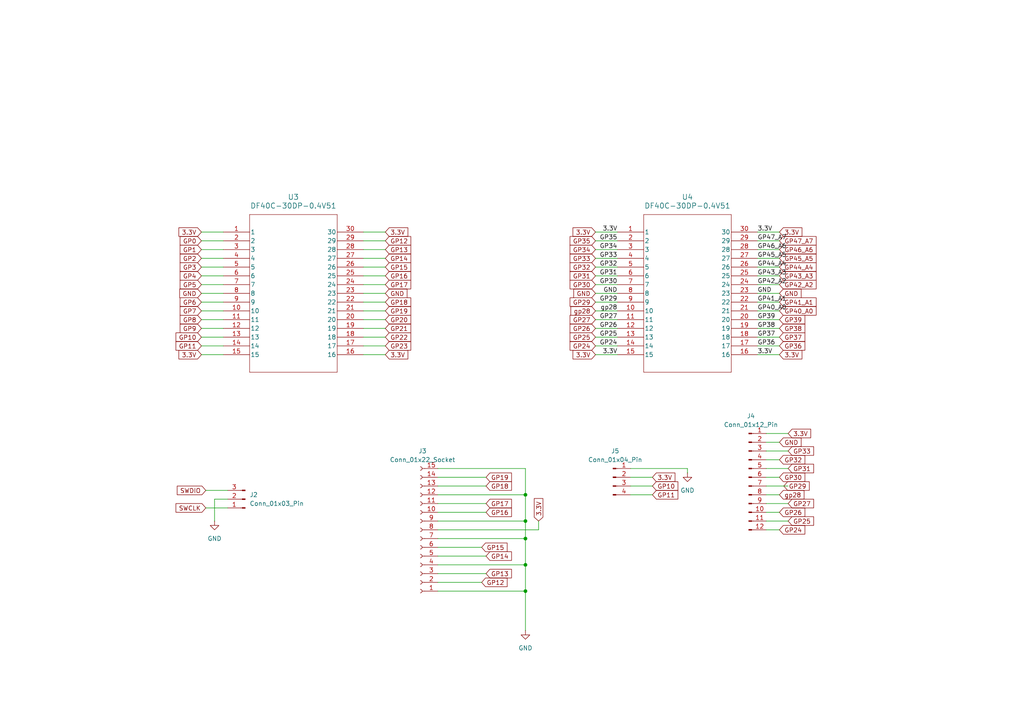
<source format=kicad_sch>
(kicad_sch (version 20231120) (generator "eeschema") (generator_version "8.0")
  (paper "A4")
  (lib_symbols
    (symbol "CONN_HIROSE:DF40C-30DP-0.4V51" (pin_names (offset 0.254))
      (property "Reference" "U" (at 20.32 10.16 0))
      (property "Value" "DF40C-30DP-0.4V51" (at 20.32 7.62 0))
      (symbol "DF40C-30DP-0.4V51_0_1"
        (polyline (pts (xy 7.62 -40.64) (xy 33.02 -40.64)) (stroke (width 0.127)))
        (polyline (pts (xy 7.62 5.08) (xy 7.62 -40.64)) (stroke (width 0.127)))
        (polyline (pts (xy 33.02 -40.64) (xy 33.02 5.08)) (stroke (width 0.127)))
        (polyline (pts (xy 33.02 5.08) (xy 7.62 5.08)) (stroke (width 0.127)))
        (pin unspecified line (at 0 0 0) (length 7.62) (name "1") (number "1"))
        (pin unspecified line (at 0 -22.86 0) (length 7.62) (name "10") (number "10"))
        (pin unspecified line (at 0 -25.4 0) (length 7.62) (name "11") (number "11"))
        (pin unspecified line (at 0 -27.94 0) (length 7.62) (name "12") (number "12"))
        (pin unspecified line (at 0 -30.48 0) (length 7.62) (name "13") (number "13"))
        (pin unspecified line (at 0 -33.02 0) (length 7.62) (name "14") (number "14"))
        (pin unspecified line (at 0 -35.56 0) (length 7.62) (name "15") (number "15"))
        (pin unspecified line (at 40.64 -35.56 180) (length 7.62) (name "16") (number "16"))
        (pin unspecified line (at 40.64 -33.02 180) (length 7.62) (name "17") (number "17"))
        (pin unspecified line (at 40.64 -30.48 180) (length 7.62) (name "18") (number "18"))
        (pin unspecified line (at 40.64 -27.94 180) (length 7.62) (name "19") (number "19"))
        (pin unspecified line (at 0 -2.54 0) (length 7.62) (name "2") (number "2"))
        (pin unspecified line (at 40.64 -25.4 180) (length 7.62) (name "20") (number "20"))
        (pin unspecified line (at 40.64 -22.86 180) (length 7.62) (name "21") (number "21"))
        (pin unspecified line (at 40.64 -20.32 180) (length 7.62) (name "22") (number "22"))
        (pin unspecified line (at 40.64 -17.78 180) (length 7.62) (name "23") (number "23"))
        (pin unspecified line (at 40.64 -15.24 180) (length 7.62) (name "24") (number "24"))
        (pin unspecified line (at 40.64 -12.7 180) (length 7.62) (name "25") (number "25"))
        (pin unspecified line (at 40.64 -10.16 180) (length 7.62) (name "26") (number "26"))
        (pin unspecified line (at 40.64 -7.62 180) (length 7.62) (name "27") (number "27"))
        (pin unspecified line (at 40.64 -5.08 180) (length 7.62) (name "28") (number "28"))
        (pin unspecified line (at 40.64 -2.54 180) (length 7.62) (name "29") (number "29"))
        (pin unspecified line (at 0 -5.08 0) (length 7.62) (name "3") (number "3"))
        (pin unspecified line (at 40.64 0 180) (length 7.62) (name "30") (number "30"))
        (pin unspecified line (at 0 -7.62 0) (length 7.62) (name "4") (number "4"))
        (pin unspecified line (at 0 -10.16 0) (length 7.62) (name "5") (number "5"))
        (pin unspecified line (at 0 -12.7 0) (length 7.62) (name "6") (number "6"))
        (pin unspecified line (at 0 -15.24 0) (length 7.62) (name "7") (number "7"))
        (pin unspecified line (at 0 -17.78 0) (length 7.62) (name "8") (number "8"))
        (pin unspecified line (at 0 -20.32 0) (length 7.62) (name "9") (number "9"))
      )
    )
    (symbol "Connector:Conn_01x03_Pin" (pin_names (offset 1.016) hide)
      (property "Reference" "J" (at 0 5.08 0))
      (property "Value" "Conn_01x03_Pin" (at 0 -5.08 0))
      (symbol "Conn_01x03_Pin_1_1"
        (polyline (pts (xy 1.27 -2.54) (xy 0.8636 -2.54)) (stroke (width 0.1524)))
        (polyline (pts (xy 1.27 0) (xy 0.8636 0)) (stroke (width 0.1524)))
        (polyline (pts (xy 1.27 2.54) (xy 0.8636 2.54)) (stroke (width 0.1524)))
        (rectangle (start 0.8636 -2.413) (end 0 -2.667) (stroke (width 0.1524)) (fill (type outline)))
        (rectangle (start 0.8636 0.127) (end 0 -0.127) (stroke (width 0.1524)) (fill (type outline)))
        (rectangle (start 0.8636 2.667) (end 0 2.413) (stroke (width 0.1524)) (fill (type outline)))
        (pin passive line (at 5.08 2.54 180) (length 3.81) (name "Pin_1") (number "1"))
        (pin passive line (at 5.08 0 180) (length 3.81) (name "Pin_2") (number "2"))
        (pin passive line (at 5.08 -2.54 180) (length 3.81) (name "Pin_3") (number "3"))
      )
    )
    (symbol "Connector:Conn_01x04_Pin" (pin_names (offset 1.016) hide)
      (property "Reference" "J" (at 0 5.08 0))
      (property "Value" "Conn_01x04_Pin" (at 0 -7.62 0))
      (symbol "Conn_01x04_Pin_1_1"
        (polyline (pts (xy 1.27 -5.08) (xy 0.8636 -5.08)) (stroke (width 0.1524)))
        (polyline (pts (xy 1.27 -2.54) (xy 0.8636 -2.54)) (stroke (width 0.1524)))
        (polyline (pts (xy 1.27 0) (xy 0.8636 0)) (stroke (width 0.1524)))
        (polyline (pts (xy 1.27 2.54) (xy 0.8636 2.54)) (stroke (width 0.1524)))
        (rectangle (start 0.8636 -4.953) (end 0 -5.207) (stroke (width 0.1524)) (fill (type outline)))
        (rectangle (start 0.8636 -2.413) (end 0 -2.667) (stroke (width 0.1524)) (fill (type outline)))
        (rectangle (start 0.8636 0.127) (end 0 -0.127) (stroke (width 0.1524)) (fill (type outline)))
        (rectangle (start 0.8636 2.667) (end 0 2.413) (stroke (width 0.1524)) (fill (type outline)))
        (pin passive line (at 5.08 2.54 180) (length 3.81) (name "Pin_1") (number "1"))
        (pin passive line (at 5.08 0 180) (length 3.81) (name "Pin_2") (number "2"))
        (pin passive line (at 5.08 -2.54 180) (length 3.81) (name "Pin_3") (number "3"))
        (pin passive line (at 5.08 -5.08 180) (length 3.81) (name "Pin_4") (number "4"))
      )
    )
    (symbol "Connector:Conn_01x12_Pin" (pin_names (offset 1.016) hide)
      (property "Reference" "J" (at 0 15.24 0))
      (property "Value" "Conn_01x12_Pin" (at 0 -17.78 0))
      (symbol "Conn_01x12_Pin_1_1"
        (polyline (pts (xy 1.27 -15.24) (xy 0.8636 -15.24)) (stroke (width 0.1524)))
        (polyline (pts (xy 1.27 -12.7) (xy 0.8636 -12.7)) (stroke (width 0.1524)))
        (polyline (pts (xy 1.27 -10.16) (xy 0.8636 -10.16)) (stroke (width 0.1524)))
        (polyline (pts (xy 1.27 -7.62) (xy 0.8636 -7.62)) (stroke (width 0.1524)))
        (polyline (pts (xy 1.27 -5.08) (xy 0.8636 -5.08)) (stroke (width 0.1524)))
        (polyline (pts (xy 1.27 -2.54) (xy 0.8636 -2.54)) (stroke (width 0.1524)))
        (polyline (pts (xy 1.27 0) (xy 0.8636 0)) (stroke (width 0.1524)))
        (polyline (pts (xy 1.27 2.54) (xy 0.8636 2.54)) (stroke (width 0.1524)))
        (polyline (pts (xy 1.27 5.08) (xy 0.8636 5.08)) (stroke (width 0.1524)))
        (polyline (pts (xy 1.27 7.62) (xy 0.8636 7.62)) (stroke (width 0.1524)))
        (polyline (pts (xy 1.27 10.16) (xy 0.8636 10.16)) (stroke (width 0.1524)))
        (polyline (pts (xy 1.27 12.7) (xy 0.8636 12.7)) (stroke (width 0.1524)))
        (rectangle (start 0.8636 -15.113) (end 0 -15.367) (stroke (width 0.1524)) (fill (type outline)))
        (rectangle (start 0.8636 -12.573) (end 0 -12.827) (stroke (width 0.1524)) (fill (type outline)))
        (rectangle (start 0.8636 -10.033) (end 0 -10.287) (stroke (width 0.1524)) (fill (type outline)))
        (rectangle (start 0.8636 -7.493) (end 0 -7.747) (stroke (width 0.1524)) (fill (type outline)))
        (rectangle (start 0.8636 -4.953) (end 0 -5.207) (stroke (width 0.1524)) (fill (type outline)))
        (rectangle (start 0.8636 -2.413) (end 0 -2.667) (stroke (width 0.1524)) (fill (type outline)))
        (rectangle (start 0.8636 0.127) (end 0 -0.127) (stroke (width 0.1524)) (fill (type outline)))
        (rectangle (start 0.8636 2.667) (end 0 2.413) (stroke (width 0.1524)) (fill (type outline)))
        (rectangle (start 0.8636 5.207) (end 0 4.953) (stroke (width 0.1524)) (fill (type outline)))
        (rectangle (start 0.8636 7.747) (end 0 7.493) (stroke (width 0.1524)) (fill (type outline)))
        (rectangle (start 0.8636 10.287) (end 0 10.033) (stroke (width 0.1524)) (fill (type outline)))
        (rectangle (start 0.8636 12.827) (end 0 12.573) (stroke (width 0.1524)) (fill (type outline)))
        (pin passive line (at 5.08 12.7 180) (length 3.81) (name "Pin_1") (number "1"))
        (pin passive line (at 5.08 -10.16 180) (length 3.81) (name "Pin_10") (number "10"))
        (pin passive line (at 5.08 -12.7 180) (length 3.81) (name "Pin_11") (number "11"))
        (pin passive line (at 5.08 -15.24 180) (length 3.81) (name "Pin_12") (number "12"))
        (pin passive line (at 5.08 10.16 180) (length 3.81) (name "Pin_2") (number "2"))
        (pin passive line (at 5.08 7.62 180) (length 3.81) (name "Pin_3") (number "3"))
        (pin passive line (at 5.08 5.08 180) (length 3.81) (name "Pin_4") (number "4"))
        (pin passive line (at 5.08 2.54 180) (length 3.81) (name "Pin_5") (number "5"))
        (pin passive line (at 5.08 0 180) (length 3.81) (name "Pin_6") (number "6"))
        (pin passive line (at 5.08 -2.54 180) (length 3.81) (name "Pin_7") (number "7"))
        (pin passive line (at 5.08 -5.08 180) (length 3.81) (name "Pin_8") (number "8"))
        (pin passive line (at 5.08 -7.62 180) (length 3.81) (name "Pin_9") (number "9"))
      )
    )
    (symbol "Connector:Conn_01x15_Socket" (pin_names (offset 1.016) hide)
      (property "Reference" "J" (at 0 20.32 0))
      (property "Value" "Conn_01x15_Socket" (at 0 -20.32 0))
      (symbol "Conn_01x15_Socket_1_1"
        (arc (start 0 -17.272) (mid -0.5058 -17.78) (end 0 -18.288) (stroke (width 0.1524)))
        (arc (start 0 -14.732) (mid -0.5058 -15.24) (end 0 -15.748) (stroke (width 0.1524)))
        (arc (start 0 -12.192) (mid -0.5058 -12.7) (end 0 -13.208) (stroke (width 0.1524)))
        (arc (start 0 -9.652) (mid -0.5058 -10.16) (end 0 -10.668) (stroke (width 0.1524)))
        (arc (start 0 -7.112) (mid -0.5058 -7.62) (end 0 -8.128) (stroke (width 0.1524)))
        (arc (start 0 -4.572) (mid -0.5058 -5.08) (end 0 -5.588) (stroke (width 0.1524)))
        (arc (start 0 -2.032) (mid -0.5058 -2.54) (end 0 -3.048) (stroke (width 0.1524)))
        (polyline (pts (xy -1.27 -17.78) (xy -0.508 -17.78)) (stroke (width 0.1524)))
        (polyline (pts (xy -1.27 -15.24) (xy -0.508 -15.24)) (stroke (width 0.1524)))
        (polyline (pts (xy -1.27 -12.7) (xy -0.508 -12.7)) (stroke (width 0.1524)))
        (polyline (pts (xy -1.27 -10.16) (xy -0.508 -10.16)) (stroke (width 0.1524)))
        (polyline (pts (xy -1.27 -7.62) (xy -0.508 -7.62)) (stroke (width 0.1524)))
        (polyline (pts (xy -1.27 -5.08) (xy -0.508 -5.08)) (stroke (width 0.1524)))
        (polyline (pts (xy -1.27 -2.54) (xy -0.508 -2.54)) (stroke (width 0.1524)))
        (polyline (pts (xy -1.27 0) (xy -0.508 0)) (stroke (width 0.1524)))
        (polyline (pts (xy -1.27 2.54) (xy -0.508 2.54)) (stroke (width 0.1524)))
        (polyline (pts (xy -1.27 5.08) (xy -0.508 5.08)) (stroke (width 0.1524)))
        (polyline (pts (xy -1.27 7.62) (xy -0.508 7.62)) (stroke (width 0.1524)))
        (polyline (pts (xy -1.27 10.16) (xy -0.508 10.16)) (stroke (width 0.1524)))
        (polyline (pts (xy -1.27 12.7) (xy -0.508 12.7)) (stroke (width 0.1524)))
        (polyline (pts (xy -1.27 15.24) (xy -0.508 15.24)) (stroke (width 0.1524)))
        (polyline (pts (xy -1.27 17.78) (xy -0.508 17.78)) (stroke (width 0.1524)))
        (arc (start 0 0.508) (mid -0.5058 0) (end 0 -0.508) (stroke (width 0.1524)))
        (arc (start 0 3.048) (mid -0.5058 2.54) (end 0 2.032) (stroke (width 0.1524)))
        (arc (start 0 5.588) (mid -0.5058 5.08) (end 0 4.572) (stroke (width 0.1524)))
        (arc (start 0 8.128) (mid -0.5058 7.62) (end 0 7.112) (stroke (width 0.1524)))
        (arc (start 0 10.668) (mid -0.5058 10.16) (end 0 9.652) (stroke (width 0.1524)))
        (arc (start 0 13.208) (mid -0.5058 12.7) (end 0 12.192) (stroke (width 0.1524)))
        (arc (start 0 15.748) (mid -0.5058 15.24) (end 0 14.732) (stroke (width 0.1524)))
        (arc (start 0 18.288) (mid -0.5058 17.78) (end 0 17.272) (stroke (width 0.1524)))
        (pin passive line (at -5.08 17.78 0) (length 3.81) (name "Pin_1") (number "1"))
        (pin passive line (at -5.08 -5.08 0) (length 3.81) (name "Pin_10") (number "10"))
        (pin passive line (at -5.08 -7.62 0) (length 3.81) (name "Pin_11") (number "11"))
        (pin passive line (at -5.08 -10.16 0) (length 3.81) (name "Pin_12") (number "12"))
        (pin passive line (at -5.08 -12.7 0) (length 3.81) (name "Pin_13") (number "13"))
        (pin passive line (at -5.08 -15.24 0) (length 3.81) (name "Pin_14") (number "14"))
        (pin passive line (at -5.08 -17.78 0) (length 3.81) (name "Pin_15") (number "15"))
        (pin passive line (at -5.08 15.24 0) (length 3.81) (name "Pin_2") (number "2"))
        (pin passive line (at -5.08 12.7 0) (length 3.81) (name "Pin_3") (number "3"))
        (pin passive line (at -5.08 10.16 0) (length 3.81) (name "Pin_4") (number "4"))
        (pin passive line (at -5.08 7.62 0) (length 3.81) (name "Pin_5") (number "5"))
        (pin passive line (at -5.08 5.08 0) (length 3.81) (name "Pin_6") (number "6"))
        (pin passive line (at -5.08 2.54 0) (length 3.81) (name "Pin_7") (number "7"))
        (pin passive line (at -5.08 0 0) (length 3.81) (name "Pin_8") (number "8"))
        (pin passive line (at -5.08 -2.54 0) (length 3.81) (name "Pin_9") (number "9"))
      )
    )
    (symbol "power:GND" (power) (pin_numbers hide) (pin_names (offset 0) hide)
      (property "Value" "GND" (at 0 -3.81 0))
      (symbol "GND_0_1"
        (polyline (pts (xy 0 0) (xy 0 -1.27) (xy 1.27 -1.27) (xy 0 -2.54) (xy -1.27 -1.27) (xy 0 -1.27)))
      )
      (symbol "GND_1_1"
        (pin power_in line (at 0 0 270) (length 0) (name "~") (number "1"))
      )
    )
  )
  (junction (at 152.4 151.13))
  (junction (at 152.4 143.51))
  (junction (at 152.4 171.45))
  (junction (at 152.4 163.83))
  (junction (at 152.4 156.21))
  (wire (pts (xy 172.72 74.93) (xy 179.07 74.93)))
  (wire (pts (xy 58.42 67.31) (xy 64.77 67.31)))
  (wire (pts (xy 156.21 151.13) (xy 156.21 153.67)))
  (wire (pts (xy 105.41 97.79) (xy 111.76 97.79)))
  (wire (pts (xy 152.4 163.83) (xy 152.4 171.45)))
  (wire (pts (xy 219.71 80.01) (xy 226.06 80.01)))
  (wire (pts (xy 127 135.89) (xy 152.4 135.89)))
  (wire (pts (xy 105.41 87.63) (xy 111.76 87.63)))
  (wire (pts (xy 172.72 82.55) (xy 179.07 82.55)))
  (wire (pts (xy 139.7 158.75) (xy 127 158.75)))
  (wire (pts (xy 222.25 128.27) (xy 226.06 128.27)))
  (wire (pts (xy 105.41 72.39) (xy 111.76 72.39)))
  (wire (pts (xy 105.41 67.31) (xy 111.76 67.31)))
  (wire (pts (xy 58.42 102.87) (xy 64.77 102.87)))
  (wire (pts (xy 58.42 97.79) (xy 64.77 97.79)))
  (wire (pts (xy 127 163.83) (xy 152.4 163.83)))
  (wire (pts (xy 182.88 135.89) (xy 199.39 135.89)))
  (wire (pts (xy 127 143.51) (xy 152.4 143.51)))
  (wire (pts (xy 172.72 97.79) (xy 179.07 97.79)))
  (wire (pts (xy 222.25 143.51) (xy 226.06 143.51)))
  (wire (pts (xy 58.42 87.63) (xy 64.77 87.63)))
  (wire (pts (xy 182.88 140.97) (xy 189.23 140.97)))
  (wire (pts (xy 58.42 90.17) (xy 64.77 90.17)))
  (wire (pts (xy 127 146.05) (xy 140.97 146.05)))
  (wire (pts (xy 172.72 90.17) (xy 179.07 90.17)))
  (wire (pts (xy 127 151.13) (xy 152.4 151.13)))
  (wire (pts (xy 199.39 135.89) (xy 199.39 137.16)))
  (wire (pts (xy 127 138.43) (xy 140.97 138.43)))
  (wire (pts (xy 152.4 156.21) (xy 152.4 163.83)))
  (wire (pts (xy 127 148.59) (xy 140.97 148.59)))
  (wire (pts (xy 62.23 144.78) (xy 66.04 144.78)))
  (wire (pts (xy 105.41 80.01) (xy 111.76 80.01)))
  (wire (pts (xy 172.72 77.47) (xy 179.07 77.47)))
  (wire (pts (xy 58.42 85.09) (xy 64.77 85.09)))
  (wire (pts (xy 105.41 74.93) (xy 111.76 74.93)))
  (wire (pts (xy 140.97 166.37) (xy 127 166.37)))
  (wire (pts (xy 127 153.67) (xy 156.21 153.67)))
  (wire (pts (xy 172.72 72.39) (xy 179.07 72.39)))
  (wire (pts (xy 172.72 69.85) (xy 179.07 69.85)))
  (wire (pts (xy 105.41 69.85) (xy 111.76 69.85)))
  (wire (pts (xy 172.72 95.25) (xy 179.07 95.25)))
  (wire (pts (xy 58.42 82.55) (xy 64.77 82.55)))
  (wire (pts (xy 219.71 95.25) (xy 226.06 95.25)))
  (wire (pts (xy 219.71 100.33) (xy 226.06 100.33)))
  (wire (pts (xy 105.41 90.17) (xy 111.76 90.17)))
  (wire (pts (xy 172.72 80.01) (xy 179.07 80.01)))
  (wire (pts (xy 105.41 95.25) (xy 111.76 95.25)))
  (wire (pts (xy 105.41 82.55) (xy 111.76 82.55)))
  (wire (pts (xy 222.25 153.67) (xy 226.06 153.67)))
  (wire (pts (xy 222.25 130.81) (xy 228.6 130.81)))
  (wire (pts (xy 172.72 102.87) (xy 179.07 102.87)))
  (wire (pts (xy 222.25 133.35) (xy 226.06 133.35)))
  (wire (pts (xy 222.25 138.43) (xy 226.06 138.43)))
  (wire (pts (xy 127 140.97) (xy 140.97 140.97)))
  (wire (pts (xy 58.42 77.47) (xy 64.77 77.47)))
  (wire (pts (xy 172.72 100.33) (xy 179.07 100.33)))
  (wire (pts (xy 219.71 102.87) (xy 226.06 102.87)))
  (wire (pts (xy 152.4 135.89) (xy 152.4 143.51)))
  (wire (pts (xy 172.72 67.31) (xy 179.07 67.31)))
  (wire (pts (xy 219.71 92.71) (xy 226.06 92.71)))
  (wire (pts (xy 58.42 74.93) (xy 64.77 74.93)))
  (wire (pts (xy 105.41 85.09) (xy 111.76 85.09)))
  (wire (pts (xy 219.71 77.47) (xy 226.06 77.47)))
  (wire (pts (xy 140.97 161.29) (xy 127 161.29)))
  (wire (pts (xy 105.41 102.87) (xy 111.76 102.87)))
  (wire (pts (xy 58.42 95.25) (xy 64.77 95.25)))
  (wire (pts (xy 219.71 97.79) (xy 226.06 97.79)))
  (wire (pts (xy 219.71 67.31) (xy 226.06 67.31)))
  (wire (pts (xy 105.41 92.71) (xy 111.76 92.71)))
  (wire (pts (xy 222.25 135.89) (xy 228.6 135.89)))
  (wire (pts (xy 219.71 82.55) (xy 226.06 82.55)))
  (wire (pts (xy 219.71 90.17) (xy 226.06 90.17)))
  (wire (pts (xy 58.42 100.33) (xy 64.77 100.33)))
  (wire (pts (xy 172.72 92.71) (xy 179.07 92.71)))
  (wire (pts (xy 59.69 147.32) (xy 66.04 147.32)))
  (wire (pts (xy 127 171.45) (xy 152.4 171.45)))
  (wire (pts (xy 127 156.21) (xy 152.4 156.21)))
  (wire (pts (xy 105.41 77.47) (xy 111.76 77.47)))
  (wire (pts (xy 139.7 168.91) (xy 127 168.91)))
  (wire (pts (xy 58.42 80.01) (xy 64.77 80.01)))
  (wire (pts (xy 182.88 143.51) (xy 189.23 143.51)))
  (wire (pts (xy 219.71 72.39) (xy 226.06 72.39)))
  (wire (pts (xy 59.69 142.24) (xy 66.04 142.24)))
  (wire (pts (xy 152.4 151.13) (xy 152.4 156.21)))
  (wire (pts (xy 222.25 125.73) (xy 228.6 125.73)))
  (wire (pts (xy 58.42 72.39) (xy 64.77 72.39)))
  (wire (pts (xy 222.25 140.97) (xy 228.6 140.97)))
  (wire (pts (xy 219.71 87.63) (xy 226.06 87.63)))
  (wire (pts (xy 219.71 74.93) (xy 226.06 74.93)))
  (wire (pts (xy 152.4 171.45) (xy 152.4 182.88)))
  (wire (pts (xy 222.25 151.13) (xy 228.6 151.13)))
  (wire (pts (xy 172.72 87.63) (xy 179.07 87.63)))
  (wire (pts (xy 58.42 92.71) (xy 64.77 92.71)))
  (wire (pts (xy 58.42 69.85) (xy 64.77 69.85)))
  (wire (pts (xy 152.4 143.51) (xy 152.4 151.13)))
  (wire (pts (xy 62.23 151.13) (xy 62.23 144.78)))
  (wire (pts (xy 182.88 138.43) (xy 189.23 138.43)))
  (wire (pts (xy 219.71 69.85) (xy 226.06 69.85)))
  (wire (pts (xy 219.71 85.09) (xy 226.06 85.09)))
  (wire (pts (xy 172.72 85.09) (xy 179.07 85.09)))
  (wire (pts (xy 105.41 100.33) (xy 111.76 100.33)))
  (wire (pts (xy 222.25 148.59) (xy 226.06 148.59)))
  (wire (pts (xy 222.25 146.05) (xy 228.6 146.05)))
  (label "GP38" (at 219.71 95.25 0))
  (label "3.3V" (at 179.07 102.87 180))
  (label "GP25" (at 179.07 97.79 180))
  (label "GP33" (at 179.07 74.93 180))
  (label "GP36" (at 219.71 100.33 0))
  (label "3.3V" (at 219.71 102.87 0))
  (label "GP39" (at 219.71 92.71 0))
  (label "GP29" (at 179.07 87.63 180))
  (label "GP31" (at 179.07 80.01 180))
  (label "3.3V" (at 219.71 67.31 0))
  (label "GP27" (at 179.07 92.71 180))
  (label "GP41_A1" (at 219.71 87.63 0))
  (label "GP45_A5" (at 219.71 74.93 0))
  (label "3.3V" (at 179.07 67.31 180))
  (label "GP35" (at 179.07 69.85 180))
  (label "GP37" (at 219.71 97.79 0))
  (label "GP46_A6" (at 219.71 72.39 0))
  (label "GP34" (at 179.07 72.39 180))
  (label "GP40_A0" (at 219.71 90.17 0))
  (label "GP32" (at 179.07 77.47 180))
  (label "GP24" (at 179.07 100.33 180))
  (label "GP44_A4" (at 219.71 77.47 0))
  (label "gp28" (at 179.07 90.17 180))
  (label "GP43_A3" (at 219.71 80.01 0))
  (label "GND" (at 179.07 85.09 180))
  (label "GND" (at 219.71 85.09 0))
  (label "GP30" (at 179.07 82.55 180))
  (label "GP26" (at 179.07 95.25 180))
  (label "GP42_A2" (at 219.71 82.55 0))
  (label "GP47_A7" (at 219.71 69.85 0))
  (global_label "GP1" (shape input) (at 58.42 72.39 180) (property "Intersheetrefs" "${INTERSHEET_REFS}" (effects (hide yes))))
  (global_label "SWDIO" (shape input) (at 59.69 142.24 180) (property "Intersheetrefs" "${INTERSHEET_REFS}" (effects (hide yes))))
  (global_label "GP31" (shape input) (at 228.6 135.89 0) (property "Intersheetrefs" "${INTERSHEET_REFS}" (effects (hide yes))))
  (global_label "gp28" (shape input) (at 226.06 143.51 0) (property "Intersheetrefs" "${INTERSHEET_REFS}" (effects (hide yes))))
  (global_label "GP24" (shape input) (at 226.06 153.67 0) (property "Intersheetrefs" "${INTERSHEET_REFS}" (effects (hide yes))))
  (global_label "GP27" (shape input) (at 228.6 146.05 0) (property "Intersheetrefs" "${INTERSHEET_REFS}" (effects (hide yes))))
  (global_label "GP2" (shape input) (at 58.42 74.93 180) (property "Intersheetrefs" "${INTERSHEET_REFS}" (effects (hide yes))))
  (global_label "GP44_A4" (shape input) (at 226.06 77.47 0) (property "Intersheetrefs" "${INTERSHEET_REFS}" (effects (hide yes))))
  (global_label "GP9" (shape input) (at 58.42 95.25 180) (property "Intersheetrefs" "${INTERSHEET_REFS}" (effects (hide yes))))
  (global_label "3.3V" (shape input) (at 58.42 67.31 180) (property "Intersheetrefs" "${INTERSHEET_REFS}" (effects (hide yes))))
  (global_label "GP14" (shape input) (at 111.76 74.93 0) (property "Intersheetrefs" "${INTERSHEET_REFS}" (effects (hide yes))))
  (global_label "GP6" (shape input) (at 58.42 87.63 180) (property "Intersheetrefs" "${INTERSHEET_REFS}" (effects (hide yes))))
  (global_label "GP13" (shape input) (at 140.97 166.37 0) (property "Intersheetrefs" "${INTERSHEET_REFS}" (effects (hide yes))))
  (global_label "3.3V" (shape input) (at 172.72 102.87 180) (property "Intersheetrefs" "${INTERSHEET_REFS}" (effects (hide yes))))
  (global_label "GP19" (shape input) (at 140.97 138.43 0) (property "Intersheetrefs" "${INTERSHEET_REFS}" (effects (hide yes))))
  (global_label "GP42_A2" (shape input) (at 226.06 82.55 0) (property "Intersheetrefs" "${INTERSHEET_REFS}" (effects (hide yes))))
  (global_label "3.3V" (shape input) (at 189.23 138.43 0) (property "Intersheetrefs" "${INTERSHEET_REFS}" (effects (hide yes))))
  (global_label "SWCLK" (shape input) (at 59.69 147.32 180) (property "Intersheetrefs" "${INTERSHEET_REFS}" (effects (hide yes))))
  (global_label "3.3V" (shape input) (at 111.76 102.87 0) (property "Intersheetrefs" "${INTERSHEET_REFS}" (effects (hide yes))))
  (global_label "GND" (shape input) (at 226.06 85.09 0) (property "Intersheetrefs" "${INTERSHEET_REFS}" (effects (hide yes))))
  (global_label "GP36" (shape input) (at 226.06 100.33 0) (property "Intersheetrefs" "${INTERSHEET_REFS}" (effects (hide yes))))
  (global_label "GP21" (shape input) (at 111.76 95.25 0) (property "Intersheetrefs" "${INTERSHEET_REFS}" (effects (hide yes))))
  (global_label "3.3V" (shape input) (at 226.06 67.31 0) (property "Intersheetrefs" "${INTERSHEET_REFS}" (effects (hide yes))))
  (global_label "3.3V" (shape input) (at 228.6 125.73 0) (property "Intersheetrefs" "${INTERSHEET_REFS}" (effects (hide yes))))
  (global_label "GND" (shape input) (at 58.42 85.09 180) (property "Intersheetrefs" "${INTERSHEET_REFS}" (effects (hide yes))))
  (global_label "GP39" (shape input) (at 226.06 92.71 0) (property "Intersheetrefs" "${INTERSHEET_REFS}" (effects (hide yes))))
  (global_label "GP22" (shape input) (at 111.76 97.79 0) (property "Intersheetrefs" "${INTERSHEET_REFS}" (effects (hide yes))))
  (global_label "GP46_A6" (shape input) (at 226.06 72.39 0) (property "Intersheetrefs" "${INTERSHEET_REFS}" (effects (hide yes))))
  (global_label "GP8" (shape input) (at 58.42 92.71 180) (property "Intersheetrefs" "${INTERSHEET_REFS}" (effects (hide yes))))
  (global_label "GP4" (shape input) (at 58.42 80.01 180) (property "Intersheetrefs" "${INTERSHEET_REFS}" (effects (hide yes))))
  (global_label "GP32" (shape input) (at 172.72 77.47 180) (property "Intersheetrefs" "${INTERSHEET_REFS}" (effects (hide yes))))
  (global_label "3.3V" (shape input) (at 172.72 67.31 180) (property "Intersheetrefs" "${INTERSHEET_REFS}" (effects (hide yes))))
  (global_label "GP47_A7" (shape input) (at 226.06 69.85 0) (property "Intersheetrefs" "${INTERSHEET_REFS}" (effects (hide yes))))
  (global_label "GP10" (shape input) (at 189.23 140.97 0) (property "Intersheetrefs" "${INTERSHEET_REFS}" (effects (hide yes))))
  (global_label "GP20" (shape input) (at 111.76 92.71 0) (property "Intersheetrefs" "${INTERSHEET_REFS}" (effects (hide yes))))
  (global_label "GP27" (shape input) (at 172.72 92.71 180) (property "Intersheetrefs" "${INTERSHEET_REFS}" (effects (hide yes))))
  (global_label "GP0" (shape input) (at 58.42 69.85 180) (property "Intersheetrefs" "${INTERSHEET_REFS}" (effects (hide yes))))
  (global_label "GP30" (shape input) (at 172.72 82.55 180) (property "Intersheetrefs" "${INTERSHEET_REFS}" (effects (hide yes))))
  (global_label "GP25" (shape input) (at 172.72 97.79 180) (property "Intersheetrefs" "${INTERSHEET_REFS}" (effects (hide yes))))
  (global_label "GND" (shape input) (at 226.06 128.27 0) (property "Intersheetrefs" "${INTERSHEET_REFS}" (effects (hide yes))))
  (global_label "GP18" (shape input) (at 111.76 87.63 0) (property "Intersheetrefs" "${INTERSHEET_REFS}" (effects (hide yes))))
  (global_label "GP34" (shape input) (at 172.72 72.39 180) (property "Intersheetrefs" "${INTERSHEET_REFS}" (effects (hide yes))))
  (global_label "GP17" (shape input) (at 111.76 82.55 0) (property "Intersheetrefs" "${INTERSHEET_REFS}" (effects (hide yes))))
  (global_label "GP41_A1" (shape input) (at 226.06 87.63 0) (property "Intersheetrefs" "${INTERSHEET_REFS}" (effects (hide yes))))
  (global_label "GP3" (shape input) (at 58.42 77.47 180) (property "Intersheetrefs" "${INTERSHEET_REFS}" (effects (hide yes))))
  (global_label "GP5" (shape input) (at 58.42 82.55 180) (property "Intersheetrefs" "${INTERSHEET_REFS}" (effects (hide yes))))
  (global_label "3.3V" (shape input) (at 58.42 102.87 180) (property "Intersheetrefs" "${INTERSHEET_REFS}" (effects (hide yes))))
  (global_label "GP37" (shape input) (at 226.06 97.79 0) (property "Intersheetrefs" "${INTERSHEET_REFS}" (effects (hide yes))))
  (global_label "GP38" (shape input) (at 226.06 95.25 0) (property "Intersheetrefs" "${INTERSHEET_REFS}" (effects (hide yes))))
  (global_label "GP35" (shape input) (at 172.72 69.85 180) (property "Intersheetrefs" "${INTERSHEET_REFS}" (effects (hide yes))))
  (global_label "3.3V" (shape input) (at 111.76 67.31 0) (property "Intersheetrefs" "${INTERSHEET_REFS}" (effects (hide yes))))
  (global_label "GP10" (shape input) (at 58.42 97.79 180) (property "Intersheetrefs" "${INTERSHEET_REFS}" (effects (hide yes))))
  (global_label "GP15" (shape input) (at 111.76 77.47 0) (property "Intersheetrefs" "${INTERSHEET_REFS}" (effects (hide yes))))
  (global_label "GND" (shape input) (at 111.76 85.09 0) (property "Intersheetrefs" "${INTERSHEET_REFS}" (effects (hide yes))))
  (global_label "GP45_A5" (shape input) (at 226.06 74.93 0) (property "Intersheetrefs" "${INTERSHEET_REFS}" (effects (hide yes))))
  (global_label "GP31" (shape input) (at 172.72 80.01 180) (property "Intersheetrefs" "${INTERSHEET_REFS}" (effects (hide yes))))
  (global_label "GP11" (shape input) (at 58.42 100.33 180) (property "Intersheetrefs" "${INTERSHEET_REFS}" (effects (hide yes))))
  (global_label "GP16" (shape input) (at 111.76 80.01 0) (property "Intersheetrefs" "${INTERSHEET_REFS}" (effects (hide yes))))
  (global_label "GP16" (shape input) (at 140.97 148.59 0) (property "Intersheetrefs" "${INTERSHEET_REFS}" (effects (hide yes))))
  (global_label "GP12" (shape input) (at 139.7 168.91 0) (property "Intersheetrefs" "${INTERSHEET_REFS}" (effects (hide yes))))
  (global_label "GP26" (shape input) (at 172.72 95.25 180) (property "Intersheetrefs" "${INTERSHEET_REFS}" (effects (hide yes))))
  (global_label "GP12" (shape input) (at 111.76 69.85 0) (property "Intersheetrefs" "${INTERSHEET_REFS}" (effects (hide yes))))
  (global_label "GP33" (shape input) (at 228.6 130.81 0) (property "Intersheetrefs" "${INTERSHEET_REFS}" (effects (hide yes))))
  (global_label "GP18" (shape input) (at 140.97 140.97 0) (property "Intersheetrefs" "${INTERSHEET_REFS}" (effects (hide yes))))
  (global_label "GP23" (shape input) (at 111.76 100.33 0) (property "Intersheetrefs" "${INTERSHEET_REFS}" (effects (hide yes))))
  (global_label "GP13" (shape input) (at 111.76 72.39 0) (property "Intersheetrefs" "${INTERSHEET_REFS}" (effects (hide yes))))
  (global_label "GP25" (shape input) (at 228.6 151.13 0) (property "Intersheetrefs" "${INTERSHEET_REFS}" (effects (hide yes))))
  (global_label "GP15" (shape input) (at 139.7 158.75 0) (property "Intersheetrefs" "${INTERSHEET_REFS}" (effects (hide yes))))
  (global_label "GP24" (shape input) (at 172.72 100.33 180) (property "Intersheetrefs" "${INTERSHEET_REFS}" (effects (hide yes))))
  (global_label "GP33" (shape input) (at 172.72 74.93 180) (property "Intersheetrefs" "${INTERSHEET_REFS}" (effects (hide yes))))
  (global_label "gp28" (shape input) (at 172.72 90.17 180) (property "Intersheetrefs" "${INTERSHEET_REFS}" (effects (hide yes))))
  (global_label "GP19" (shape input) (at 111.76 90.17 0) (property "Intersheetrefs" "${INTERSHEET_REFS}" (effects (hide yes))))
  (global_label "3.3V" (shape input) (at 226.06 102.87 0) (property "Intersheetrefs" "${INTERSHEET_REFS}" (effects (hide yes))))
  (global_label "GND" (shape input) (at 172.72 85.09 180) (property "Intersheetrefs" "${INTERSHEET_REFS}" (effects (hide yes))))
  (global_label "GP7" (shape input) (at 58.42 90.17 180) (property "Intersheetrefs" "${INTERSHEET_REFS}" (effects (hide yes))))
  (global_label "GP26" (shape input) (at 226.06 148.59 0) (property "Intersheetrefs" "${INTERSHEET_REFS}" (effects (hide yes))))
  (global_label "GP17" (shape input) (at 140.97 146.05 0) (property "Intersheetrefs" "${INTERSHEET_REFS}" (effects (hide yes))))
  (global_label "GP43_A3" (shape input) (at 226.06 80.01 0) (property "Intersheetrefs" "${INTERSHEET_REFS}" (effects (hide yes))))
  (global_label "GP40_A0" (shape input) (at 226.06 90.17 0) (property "Intersheetrefs" "${INTERSHEET_REFS}" (effects (hide yes))))
  (global_label "GP11" (shape input) (at 189.23 143.51 0) (property "Intersheetrefs" "${INTERSHEET_REFS}" (effects (hide yes))))
  (global_label "GP30" (shape input) (at 226.06 138.43 0) (property "Intersheetrefs" "${INTERSHEET_REFS}" (effects (hide yes))))
  (global_label "3.3V" (shape input) (at 156.21 151.13 90) (property "Intersheetrefs" "${INTERSHEET_REFS}" (effects (hide yes))))
  (global_label "GP32" (shape input) (at 226.06 133.35 0) (property "Intersheetrefs" "${INTERSHEET_REFS}" (effects (hide yes))))
  (global_label "GP29" (shape input) (at 227.33 140.97 0) (property "Intersheetrefs" "${INTERSHEET_REFS}" (effects (hide yes))))
  (global_label "GP29" (shape input) (at 172.72 87.63 180) (property "Intersheetrefs" "${INTERSHEET_REFS}" (effects (hide yes))))
  (global_label "GP14" (shape input) (at 140.97 161.29 0) (property "Intersheetrefs" "${INTERSHEET_REFS}" (effects (hide yes))))
  (symbol (lib_id "power:GND") (at 62.23 151.13 0) (unit 1)
    (property "Reference" "#PWR012" (effects (hide yes)))
    (property "Value" "GND" (at 62.23 156.21 0))
    (property "Description" "Power symbol creates a global label with name \"GND\" , ground" (effects (hide yes)))
  )
  (symbol (lib_id "power:GND") (at 199.39 137.16 0) (unit 1)
    (property "Reference" "#PWR016" (effects (hide yes)))
    (property "Value" "GND" (at 199.39 142.24 0))
    (property "Description" "Power symbol creates a global label with name \"GND\" , ground" (effects (hide yes)))
  )
  (symbol (lib_id "Connector:Conn_01x15_Socket") (at 121.92 153.67 180) (unit 1)
    (property "Reference" "J3" (at 122.555 130.81 0))
    (property "Value" "Conn_01x22_Socket" (at 122.555 133.35 0))
    (property "Footprint" "Connector_FFC-FPC:Hirose_FH12-15S-0.5SH_1x15-1MP_P0.50mm_Horizontal" (effects (hide yes)))
    (property "Description" "Generic connector, single row, 01x15, script generated" (effects (hide yes)))
  )
  (symbol (lib_id "CONN_HIROSE:DF40C-30DP-0.4V51") (at 179.07 67.31 0) (unit 1)
    (property "Reference" "U4" (at 199.39 57.15 0) (effects (font (size 1.524 1.524))))
    (property "Value" "DF40C-30DP-0.4V51" (at 199.39 59.69 0) (effects (font (size 1.524 1.524))))
    (property "Footprint" "CONN_HIROSE:SOIC_0DP-0.4V51_HIR" (effects (hide yes)))
    (property "Datasheet" "DF40C-30DP-0.4V51" (effects (hide yes)))
  )
  (symbol (lib_id "Connector:Conn_01x04_Pin") (at 177.8 138.43 0) (unit 1)
    (property "Reference" "J5" (at 178.435 130.81 0))
    (property "Value" "Conn_01x04_Pin" (at 178.435 133.35 0))
    (property "Footprint" "Connector_JST:JST_SH_BM04B-SRSS-TB_1x04-1MP_P1.00mm_Vertical" (effects (hide yes)))
    (property "Description" "Generic connector, single row, 01x04, script generated" (effects (hide yes)))
  )
  (symbol (lib_id "Connector:Conn_01x03_Pin") (at 71.12 144.78 180) (unit 1)
    (property "Reference" "J2" (at 72.39 143.5099 0) (effects (justify right)))
    (property "Value" "Conn_01x03_Pin" (at 72.39 146.0499 0) (effects (justify right)))
    (property "Footprint" "Connector_JST:JST_SH_SM03B-SRSS-TB_1x03-1MP_P1.00mm_Horizontal" (effects (hide yes)))
    (property "Description" "Generic connector, single row, 01x03, script generated" (effects (hide yes)))
  )
  (symbol (lib_id "Connector:Conn_01x12_Pin") (at 217.17 138.43 0) (unit 1)
    (property "Reference" "J4" (at 217.805 120.65 0))
    (property "Value" "Conn_01x12_Pin" (at 217.805 123.19 0))
    (property "Footprint" "Connector_PinHeader_2.54mm:PinHeader_1x12_P2.54mm_Horizontal" (effects (hide yes)))
    (property "Description" "Generic connector, single row, 01x12, script generated" (effects (hide yes)))
  )
  (symbol (lib_id "CONN_HIROSE:DF40C-30DP-0.4V51") (at 64.77 67.31 0) (unit 1)
    (property "Reference" "U3" (at 85.09 57.15 0) (effects (font (size 1.524 1.524))))
    (property "Value" "DF40C-30DP-0.4V51" (at 85.09 59.69 0) (effects (font (size 1.524 1.524))))
    (property "Footprint" "CONN_HIROSE:SOIC_0DP-0.4V51_HIR" (effects (hide yes)))
    (property "Datasheet" "DF40C-30DP-0.4V51" (effects (hide yes)))
  )
  (symbol (lib_id "power:GND") (at 152.4 182.88 0) (unit 1)
    (property "Reference" "#PWR013" (effects (hide yes)))
    (property "Value" "GND" (at 152.4 187.96 0))
    (property "Description" "Power symbol creates a global label with name \"GND\" , ground" (effects (hide yes)))
  )
)
</source>
